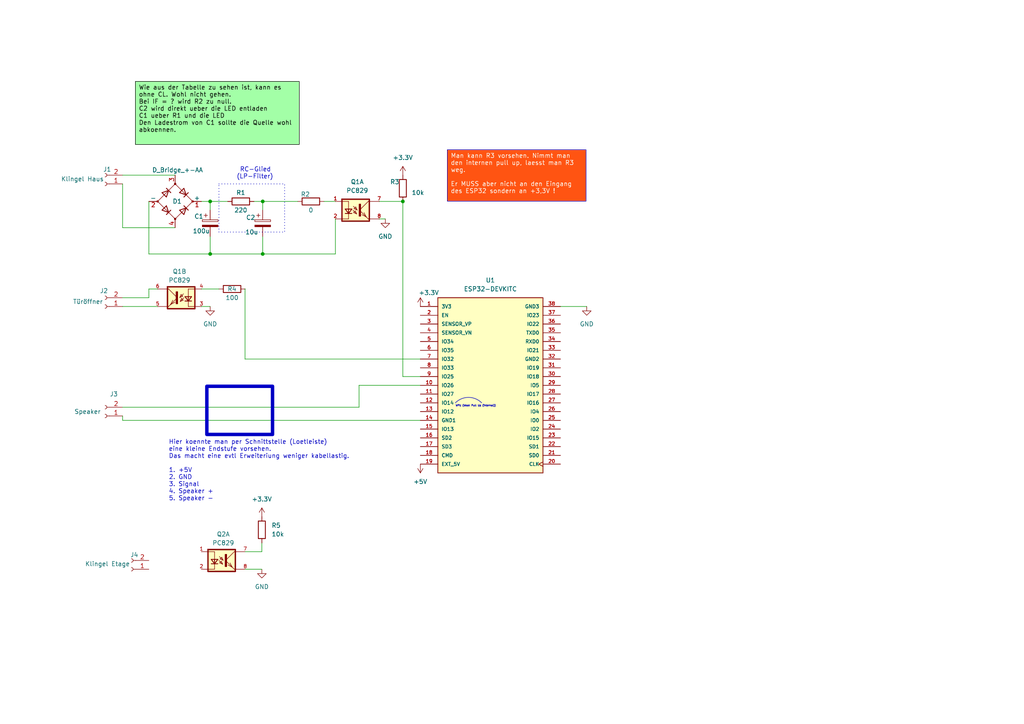
<source format=kicad_sch>
(kicad_sch (version 20230121) (generator eeschema)
  (paper "A4")
  (title_block (title "DoorUpgrade") (date "2023-09-18") (rev "2023-09-28.1") (company "Goatbeer & Blackscript"))
  (lib_symbols
    (symbol "Connector:Conn_01x02_Socket" (pin_names (offset 1.016) hide)
      (property "Reference" "J" (at 0 2.54 0))
      (property "Value" "Conn_01x02_Socket" (at 0 -5.08 0))
      (symbol "Conn_01x02_Socket_1_1"
        (arc (start 0 -2.032) (mid -0.5058 -2.54) (end 0 -3.048) (stroke (width 0.1524)))
        (polyline (pts (xy -1.27 -2.54) (xy -0.508 -2.54)) (stroke (width 0.1524)))
        (polyline (pts (xy -1.27 0) (xy -0.508 0)) (stroke (width 0.1524)))
        (arc (start 0 0.508) (mid -0.5058 0) (end 0 -0.508) (stroke (width 0.1524)))
        (pin passive line (at -5.08 0 0) (length 3.81) (name "Pin_1") (number "1"))
        (pin passive line (at -5.08 -2.54 0) (length 3.81) (name "Pin_2") (number "2"))
      )
    )
    (symbol "Device:C_Polarized" (pin_numbers hide) (pin_names (offset 0.254))
      (property "Reference" "C" (at 0.635 2.54 0))
      (property "Value" "C_Polarized" (at 0.635 -2.54 0))
      (symbol "C_Polarized_0_1"
        (rectangle (start -2.286 0.508) (end 2.286 1.016))
        (polyline (pts (xy -1.778 2.286) (xy -0.762 2.286)))
        (polyline (pts (xy -1.27 2.794) (xy -1.27 1.778)))
        (rectangle (start 2.286 -0.508) (end -2.286 -1.016) (fill (type outline)))
      )
      (symbol "C_Polarized_1_1"
        (pin passive line (at 0 3.81 270) (length 2.794) (name "~") (number "1"))
        (pin passive line (at 0 -3.81 90) (length 2.794) (name "~") (number "2"))
      )
    )
    (symbol "Device:D_Bridge_+-AA" (pin_names (offset 0))
      (property "Reference" "D" (at 2.54 6.985 0))
      (property "Value" "D_Bridge_+-AA" (at 2.54 5.08 0))
      (symbol "D_Bridge_+-AA_0_1"
        (circle (center -5.08 0) (radius 0.254) (fill (type outline)))
        (circle (center 0 -5.08) (radius 0.254) (fill (type outline)))
        (polyline (pts (xy -2.54 3.81) (xy -1.27 2.54)) (stroke (width 0.254)))
        (polyline (pts (xy -1.27 -2.54) (xy -2.54 -3.81)) (stroke (width 0.254)))
        (polyline (pts (xy 2.54 -1.27) (xy 3.81 -2.54)) (stroke (width 0.254)))
        (polyline (pts (xy 2.54 1.27) (xy 3.81 2.54)) (stroke (width 0.254)))
        (polyline (pts (xy -3.81 2.54) (xy -2.54 1.27) (xy -1.905 3.175) (xy -3.81 2.54)) (stroke (width 0.254)))
        (polyline (pts (xy -2.54 -1.27) (xy -3.81 -2.54) (xy -1.905 -3.175) (xy -2.54 -1.27)) (stroke (width 0.254)))
        (polyline (pts (xy 1.27 2.54) (xy 2.54 3.81) (xy 3.175 1.905) (xy 1.27 2.54)) (stroke (width 0.254)))
        (polyline (pts (xy 3.175 -1.905) (xy 1.27 -2.54) (xy 2.54 -3.81) (xy 3.175 -1.905)) (stroke (width 0.254)))
        (polyline (pts (xy -5.08 0) (xy 0 -5.08) (xy 5.08 0) (xy 0 5.08) (xy -5.08 0)))
        (circle (center 0 5.08) (radius 0.254) (fill (type outline)))
        (circle (center 5.08 0) (radius 0.254) (fill (type outline)))
      )
      (symbol "D_Bridge_+-AA_1_1"
        (pin passive line (at 7.62 0 180) (length 2.54) (name "+") (number "1"))
        (pin passive line (at -7.62 0 0) (length 2.54) (name "-") (number "2"))
        (pin passive line (at 0 7.62 270) (length 2.54) (name "~") (number "3"))
        (pin passive line (at 0 -7.62 90) (length 2.54) (name "~") (number "4"))
      )
    )
    (symbol "Device:R" (pin_numbers hide) (pin_names (offset 0))
      (property "Reference" "R" (at 2.032 0 90))
      (property "Value" "R" (at 0 0 90))
      (symbol "R_0_1"
        (rectangle (start -1.016 -2.54) (end 1.016 2.54) (stroke (width 0.254)))
      )
      (symbol "R_1_1"
        (pin passive line (at 0 3.81 270) (length 1.27) (name "~") (number "1"))
        (pin passive line (at 0 -3.81 90) (length 1.27) (name "~") (number "2"))
      )
    )
    (symbol "ESP32-DEVKITC:ESP32-DEVKITC" (pin_names (offset 1.016))
      (property "Reference" "U" (at -15.2572 26.0643 0))
      (property "Value" "ESP32-DEVKITC" (at -15.2563 -27.9698 0))
      (symbol "ESP32-DEVKITC_0_0"
        (rectangle (start -15.24 -25.4) (end 15.24 25.4) (stroke (width 0.254)) (fill (type background)))
        (pin power_in line (at -20.32 22.86 0) (length 5.08) (name "3V3") (number "1"))
        (pin bidirectional line (at -20.32 0 0) (length 5.08) (name "IO26") (number "10"))
        (pin bidirectional line (at -20.32 -2.54 0) (length 5.08) (name "IO27") (number "11"))
        (pin bidirectional line (at -20.32 -5.08 0) (length 5.08) (name "IO14") (number "12"))
        (pin bidirectional line (at -20.32 -7.62 0) (length 5.08) (name "IO12") (number "13"))
        (pin power_in line (at -20.32 -10.16 0) (length 5.08) (name "GND1") (number "14"))
        (pin bidirectional line (at -20.32 -12.7 0) (length 5.08) (name "IO13") (number "15"))
        (pin bidirectional line (at -20.32 -15.24 0) (length 5.08) (name "SD2") (number "16"))
        (pin bidirectional line (at -20.32 -17.78 0) (length 5.08) (name "SD3") (number "17"))
        (pin bidirectional line (at -20.32 -20.32 0) (length 5.08) (name "CMD") (number "18"))
        (pin power_in line (at -20.32 -22.86 0) (length 5.08) (name "EXT_5V") (number "19"))
        (pin input line (at -20.32 20.32 0) (length 5.08) (name "EN") (number "2"))
        (pin input clock (at 20.32 -22.86 180) (length 5.08) (name "CLK") (number "20"))
        (pin bidirectional line (at 20.32 -20.32 180) (length 5.08) (name "SD0") (number "21"))
        (pin bidirectional line (at 20.32 -17.78 180) (length 5.08) (name "SD1") (number "22"))
        (pin bidirectional line (at 20.32 -15.24 180) (length 5.08) (name "IO15") (number "23"))
        (pin bidirectional line (at 20.32 -12.7 180) (length 5.08) (name "IO2") (number "24"))
        (pin bidirectional line (at 20.32 -10.16 180) (length 5.08) (name "IO0") (number "25"))
        (pin bidirectional line (at 20.32 -7.62 180) (length 5.08) (name "IO4") (number "26"))
        (pin bidirectional line (at 20.32 -5.08 180) (length 5.08) (name "IO16") (number "27"))
        (pin bidirectional line (at 20.32 -2.54 180) (length 5.08) (name "IO17") (number "28"))
        (pin bidirectional line (at 20.32 0 180) (length 5.08) (name "IO5") (number "29"))
        (pin input line (at -20.32 17.78 0) (length 5.08) (name "SENSOR_VP") (number "3"))
        (pin bidirectional line (at 20.32 2.54 180) (length 5.08) (name "IO18") (number "30"))
        (pin bidirectional line (at 20.32 5.08 180) (length 5.08) (name "IO19") (number "31"))
        (pin power_in line (at 20.32 7.62 180) (length 5.08) (name "GND2") (number "32"))
        (pin bidirectional line (at 20.32 10.16 180) (length 5.08) (name "IO21") (number "33"))
        (pin input line (at 20.32 12.7 180) (length 5.08) (name "RXD0") (number "34"))
        (pin output line (at 20.32 15.24 180) (length 5.08) (name "TXD0") (number "35"))
        (pin bidirectional line (at 20.32 17.78 180) (length 5.08) (name "IO22") (number "36"))
        (pin bidirectional line (at 20.32 20.32 180) (length 5.08) (name "IO23") (number "37"))
        (pin power_in line (at 20.32 22.86 180) (length 5.08) (name "GND3") (number "38"))
        (pin input line (at -20.32 15.24 0) (length 5.08) (name "SENSOR_VN") (number "4"))
        (pin bidirectional line (at -20.32 12.7 0) (length 5.08) (name "IO34") (number "5"))
        (pin bidirectional line (at -20.32 10.16 0) (length 5.08) (name "IO35") (number "6"))
        (pin bidirectional line (at -20.32 7.62 0) (length 5.08) (name "IO32") (number "7"))
        (pin bidirectional line (at -20.32 5.08 0) (length 5.08) (name "IO33") (number "8"))
        (pin bidirectional line (at -20.32 2.54 0) (length 5.08) (name "IO25") (number "9"))
      )
    )
    (symbol "PC829:PC829" (pin_names (offset 1.016))
      (property "Reference" "Q" (at 0 3.8159 0))
      (property "Value" "PC829" (at 0 -3.8105 0))
      (symbol "PC829_1_0"
        (rectangle (start -5.715 -3.175) (end 2.2225 3.175) (stroke (width 0.4064)) (fill (type background)))
        (rectangle (start -0.7627 -1.7796) (end -0.254 1.778) (stroke (width 0.1)) (fill (type outline)))
        (rectangle (start -0.7624 -1.7789) (end -0.254 1.778) (stroke (width 0.1)) (fill (type outline)))
        (polyline (pts (xy -3.81 -2.54) (xy -7.62 -2.54)) (stroke (width 0.1524)))
        (polyline (pts (xy -3.81 -0.9525) (xy -4.7625 -0.9525)) (stroke (width 0.254)))
        (polyline (pts (xy -3.81 -0.9525) (xy -4.7625 0.3175)) (stroke (width 0.254)))
        (polyline (pts (xy -3.81 -0.9525) (xy -3.81 -2.54)) (stroke (width 0.1524)))
        (polyline (pts (xy -3.81 0.3175) (xy -4.7625 0.3175)) (stroke (width 0.254)))
        (polyline (pts (xy -3.81 0.3175) (xy -3.81 -0.9525)) (stroke (width 0.254)))
        (polyline (pts (xy -3.81 2.54) (xy -7.62 2.54)) (stroke (width 0.1524)))
        (polyline (pts (xy -3.81 2.54) (xy -3.81 0.3175)) (stroke (width 0.1524)))
        (polyline (pts (xy -2.8575 -0.9525) (xy -3.81 -0.9525)) (stroke (width 0.254)))
        (polyline (pts (xy -2.8575 0.3175) (xy -3.81 -0.9525)) (stroke (width 0.254)))
        (polyline (pts (xy -2.8575 0.3175) (xy -3.81 0.3175)) (stroke (width 0.254)))
        (polyline (pts (xy -2.54 0) (xy -1.4605 -1.0795)) (stroke (width 0.1524)))
        (polyline (pts (xy -2.413 1.143) (xy -1.3335 0.0635)) (stroke (width 0.1524)))
        (polyline (pts (xy -2.3495 -0.6985) (xy -1.8415 -0.1905)) (stroke (width 0.1524)))
        (polyline (pts (xy -2.2225 0.4445) (xy -1.7145 0.9525)) (stroke (width 0.1524)))
        (polyline (pts (xy -1.8415 -0.1905) (xy -1.4605 -1.0795)) (stroke (width 0.1524)))
        (polyline (pts (xy -1.7145 0.9525) (xy -1.3335 0.0635)) (stroke (width 0.1524)))
        (polyline (pts (xy -1.4605 -1.0795) (xy -2.3495 -0.6985)) (stroke (width 0.1524)))
        (polyline (pts (xy -1.3335 0.0635) (xy -2.2225 0.4445)) (stroke (width 0.1524)))
        (polyline (pts (xy -0.635 0) (xy 1.3335 -1.9685)) (stroke (width 0.1524)))
        (polyline (pts (xy 0.6667 -0.6985) (xy 1.3335 -1.9685)) (stroke (width 0.1524)))
        (polyline (pts (xy 1.3335 -1.9685) (xy 0.0635 -1.3018)) (stroke (width 0.1524)))
        (polyline (pts (xy 1.3335 -1.9685) (xy 1.905 -2.54)) (stroke (width 0.1524)))
        (polyline (pts (xy 1.905 -2.54) (xy 5.08 -2.54)) (stroke (width 0.1524)))
        (polyline (pts (xy 1.905 2.54) (xy -0.635 0)) (stroke (width 0.1524)))
        (polyline (pts (xy 1.905 2.54) (xy 5.08 2.54)) (stroke (width 0.1524)))
        (pin passive line (at -7.62 2.54 0) (length 0) (name "~") (number "1"))
        (pin passive line (at -7.62 -2.54 0) (length 0) (name "~") (number "2"))
        (pin passive line (at 5.08 2.54 180) (length 0) (name "~") (number "7"))
        (pin passive line (at 5.08 -2.54 180) (length 0) (name "~") (number "8"))
      )
      (symbol "PC829_2_0"
        (rectangle (start -5.715 -3.175) (end 2.2225 3.175) (stroke (width 0.4064)) (fill (type background)))
        (rectangle (start -0.7627 -1.7796) (end -0.254 1.778) (stroke (width 0.1)) (fill (type outline)))
        (rectangle (start -0.7624 -1.7789) (end -0.254 1.778) (stroke (width 0.1)) (fill (type outline)))
        (polyline (pts (xy -3.81 -2.54) (xy -7.62 -2.54)) (stroke (width 0.1524)))
        (polyline (pts (xy -3.81 -0.9525) (xy -4.7625 -0.9525)) (stroke (width 0.254)))
        (polyline (pts (xy -3.81 -0.9525) (xy -4.7625 0.3175)) (stroke (width 0.254)))
        (polyline (pts (xy -3.81 -0.9525) (xy -3.81 -2.54)) (stroke (width 0.1524)))
        (polyline (pts (xy -3.81 0.3175) (xy -4.7625 0.3175)) (stroke (width 0.254)))
        (polyline (pts (xy -3.81 0.3175) (xy -3.81 -0.9525)) (stroke (width 0.254)))
        (polyline (pts (xy -3.81 2.54) (xy -7.62 2.54)) (stroke (width 0.1524)))
        (polyline (pts (xy -3.81 2.54) (xy -3.81 0.3175)) (stroke (width 0.1524)))
        (polyline (pts (xy -2.8575 -0.9525) (xy -3.81 -0.9525)) (stroke (width 0.254)))
        (polyline (pts (xy -2.8575 0.3175) (xy -3.81 -0.9525)) (stroke (width 0.254)))
        (polyline (pts (xy -2.8575 0.3175) (xy -3.81 0.3175)) (stroke (width 0.254)))
        (polyline (pts (xy -2.54 0) (xy -1.4605 -1.0795)) (stroke (width 0.1524)))
        (polyline (pts (xy -2.413 1.143) (xy -1.3335 0.0635)) (stroke (width 0.1524)))
        (polyline (pts (xy -2.3495 -0.6985) (xy -1.8415 -0.1905)) (stroke (width 0.1524)))
        (polyline (pts (xy -2.2225 0.4445) (xy -1.7145 0.9525)) (stroke (width 0.1524)))
        (polyline (pts (xy -1.8415 -0.1905) (xy -1.4605 -1.0795)) (stroke (width 0.1524)))
        (polyline (pts (xy -1.7145 0.9525) (xy -1.3335 0.0635)) (stroke (width 0.1524)))
        (polyline (pts (xy -1.4605 -1.0795) (xy -2.3495 -0.6985)) (stroke (width 0.1524)))
        (polyline (pts (xy -1.3335 0.0635) (xy -2.2225 0.4445)) (stroke (width 0.1524)))
        (polyline (pts (xy -0.635 0) (xy 1.3335 -1.9685)) (stroke (width 0.1524)))
        (polyline (pts (xy 0.6667 -0.6985) (xy 1.3335 -1.9685)) (stroke (width 0.1524)))
        (polyline (pts (xy 1.3335 -1.9685) (xy 0.0635 -1.3018)) (stroke (width 0.1524)))
        (polyline (pts (xy 1.3335 -1.9685) (xy 1.905 -2.54)) (stroke (width 0.1524)))
        (polyline (pts (xy 1.905 -2.54) (xy 5.08 -2.54)) (stroke (width 0.1524)))
        (polyline (pts (xy 1.905 2.54) (xy -0.635 0)) (stroke (width 0.1524)))
        (polyline (pts (xy 1.905 2.54) (xy 5.08 2.54)) (stroke (width 0.1524)))
        (pin passive line (at -7.62 -2.54 0) (length 0) (name "~") (number "3"))
        (pin passive line (at -7.62 2.54 0) (length 0) (name "~") (number "4"))
        (pin passive line (at 5.08 -2.54 180) (length 0) (name "~") (number "5"))
        (pin passive line (at 5.08 2.54 180) (length 0) (name "~") (number "6"))
      )
    )
    (symbol "power:+3.3V" (power) (pin_names (offset 0))
      (property "Value" "+3.3V" (at 0 3.556 0))
      (symbol "+3.3V_0_1"
        (polyline (pts (xy -0.762 1.27) (xy 0 2.54)))
        (polyline (pts (xy 0 0) (xy 0 2.54)))
        (polyline (pts (xy 0 2.54) (xy 0.762 1.27)))
      )
      (symbol "+3.3V_1_1"
        (pin power_in line (at 0 0 90) (length 0) hide (name "+3.3V") (number "1"))
      )
    )
    (symbol "power:+5V" (power) (pin_names (offset 0))
      (property "Value" "+5V" (at 0 3.556 0))
      (symbol "+5V_0_1"
        (polyline (pts (xy -0.762 1.27) (xy 0 2.54)))
        (polyline (pts (xy 0 0) (xy 0 2.54)))
        (polyline (pts (xy 0 2.54) (xy 0.762 1.27)))
      )
      (symbol "+5V_1_1"
        (pin power_in line (at 0 0 90) (length 0) hide (name "+5V") (number "1"))
      )
    )
    (symbol "power:GND" (power) (pin_names (offset 0))
      (property "Value" "GND" (at 0 -3.81 0))
      (symbol "GND_0_1"
        (polyline (pts (xy 0 0) (xy 0 -1.27) (xy 1.27 -1.27) (xy 0 -2.54) (xy -1.27 -1.27) (xy 0 -1.27)))
      )
      (symbol "GND_1_1"
        (pin power_in line (at 0 0 270) (length 0) hide (name "GND") (number "1"))
      )
    )
  )
  (junction (at 116.84 58.42))
  (junction (at 76.2 73.66))
  (junction (at 60.96 73.66))
  (junction (at 60.96 58.42))
  (junction (at 76.2 58.42))
  (wire (pts (xy 109.982 58.42) (xy 116.84 58.42)))
  (wire (pts (xy 58.42 83.82) (xy 63.5 83.82)))
  (wire (pts (xy 35.56 50.8) (xy 50.8 50.8)))
  (wire (pts (xy 76.2 58.42) (xy 86.36 58.42)))
  (wire (pts (xy 35.56 121.92) (xy 35.56 120.65)))
  (wire (pts (xy 60.96 58.42) (xy 66.04 58.42)))
  (wire (pts (xy 35.56 53.34) (xy 35.56 66.04)))
  (wire (pts (xy 73.66 58.42) (xy 76.2 58.42)))
  (wire (pts (xy 162.56 88.9) (xy 170.18 88.9)))
  (wire (pts (xy 75.946 160.02) (xy 75.946 157.48)))
  (wire (pts (xy 60.96 73.66) (xy 76.2 73.66)))
  (wire (pts (xy 35.56 86.36) (xy 43.18 86.36)))
  (wire (pts (xy 93.98 58.42) (xy 97.282 58.42)))
  (wire (pts (xy 71.0692 104.14) (xy 121.92 104.14)))
  (wire (pts (xy 43.18 83.82) (xy 45.72 83.82)))
  (wire (pts (xy 109.982 63.5) (xy 111.76 63.5)))
  (wire (pts (xy 60.96 58.42) (xy 60.96 60.96)))
  (wire (pts (xy 35.56 66.04) (xy 50.8 66.04)))
  (wire (pts (xy 97.282 63.5) (xy 97.282 73.66)))
  (wire (pts (xy 71.0692 83.82) (xy 71.12 83.82)))
  (wire (pts (xy 104.14 118.11) (xy 104.14 111.76)))
  (wire (pts (xy 35.56 88.9) (xy 45.72 88.9)))
  (wire (pts (xy 60.96 68.58) (xy 60.96 73.66)))
  (wire (pts (xy 71.12 165.1) (xy 75.946 165.1)))
  (wire (pts (xy 43.18 58.42) (xy 43.18 73.66)))
  (wire (pts (xy 71.12 160.02) (xy 75.946 160.02)))
  (wire (pts (xy 76.2 60.96) (xy 76.2 58.42)))
  (wire (pts (xy 58.42 58.42) (xy 60.96 58.42)))
  (wire (pts (xy 76.2 68.58) (xy 76.2 73.66)))
  (wire (pts (xy 35.56 118.11) (xy 104.14 118.11)))
  (wire (pts (xy 43.18 73.66) (xy 60.96 73.66)))
  (wire (pts (xy 76.2 73.66) (xy 97.282 73.66)))
  (wire (pts (xy 43.18 86.36) (xy 43.18 83.82)))
  (wire (pts (xy 116.84 109.22) (xy 121.92 109.22)))
  (wire (pts (xy 104.14 111.76) (xy 121.92 111.76)))
  (wire (pts (xy 116.84 58.42) (xy 116.84 109.22)))
  (wire (pts (xy 121.92 121.92) (xy 35.56 121.92)))
  (wire (pts (xy 58.42 88.9) (xy 60.96 88.9)))
  (wire (pts (xy 71.0692 104.14) (xy 71.0692 83.82)))
  (rectangle (start 63.5 53.34) (end 82.55 67.31) (stroke (width 0.2) (type dot)))
  (arc (start 132.08 116.84) (mid 135.89 115.2619) (end 139.7 116.84))
  (rectangle (start 59.9948 112.0394) (end 79.0448 126.0094) (stroke (width 1)))
  (text_box "Wie aus der Tabelle zu sehen ist, kann es ohne CL. Wohl nicht gehen.\nBei IF = ? wird R2 zu null.\nC2 wird direkt ueber die LED entladen\nC1 ueber R1 und die LED\nDen Ladestrom von C1 sollte die Quelle wohl abkoennen." (at 39.2684 23.622 0) (size 47.5234 18.288) (stroke (width 0) (color 0 0 0 1)) (fill (type color) (color 163 255 167 1)) (effects (font (size 1.27 1.27)) (justify left top)))
  (text_box "Man kann R3 vorsehen. Nimmt man den internen pull up, laesst man R3 weg.\n\nEr MUSS aber nicht an den Eingang des ESP32 sondern an +3,3V !" (at 129.7432 43.434 0) (size 40.2336 14.9098) (fill (type color) (color 255 84 18 1)) (effects (font (size 1.27 1.27)) (justify left top)))
  (text " RC-Glied\n(LP-Filter)" (at 68.58 52.07 0) (effects (font (size 1.27 1.27)) (justify left bottom)))
  (text "WPU (Weak Pull Up (internal))" (at 132.08 118.11 0) (effects (font (size 0.5 0.5)) (justify left bottom)))
  (text "Hier koennte man per Schnittstelle (Loetleiste)\neine kleine Endstufe vorsehen.\nDas macht eine evtl Erweiteriung weniger kabellastig.\n\n1. +5V\n2. GND\n3. Signal\n4. Speaker +\n5. Speaker -" (at 48.9204 145.415 0) (effects (font (size 1.27 1.27)) (justify left bottom)))
  (symbol (lib_id "Device:R") (at 90.17 58.42 90) (unit 1)
    (property "Reference" "R2" (at 88.5698 56.3626 90))
    (property "Value" "0" (at 90.17 60.96 90))
  )
  (symbol (lib_id "Device:R") (at 75.946 153.67 0) (unit 1)
    (property "Reference" "R5" (at 78.74 152.4 0) (effects (justify left)))
    (property "Value" "10k" (at 78.74 154.94 0) (effects (justify left)))
  )
  (symbol (lib_id "Device:C_Polarized") (at 60.96 64.77 0) (unit 1)
    (property "Reference" "C1" (at 56.3372 62.7634 0) (effects (justify left)))
    (property "Value" "100u" (at 55.88 67.0052 0) (effects (justify left)))
  )
  (symbol (lib_id "Device:R") (at 67.31 83.82 90) (unit 1)
    (property "Reference" "R4" (at 67.31 83.82 90))
    (property "Value" "100" (at 67.31 86.36 90))
  )
  (symbol (lib_id "power:+5V") (at 121.92 134.62 180) (unit 1)
    (property "Reference" "#PWR06" (effects hide))
    (property "Value" "+5V" (at 121.92 139.7 0))
  )
  (symbol (lib_id "power:GND") (at 170.18 88.9 0) (unit 1)
    (property "Reference" "#PWR05" (effects hide))
    (property "Value" "GND" (at 170.18 93.98 0))
  )
  (symbol (lib_id "PC829:PC829") (at 66.04 162.56 0) (unit 1)
    (property "Reference" "Q2" (at 64.77 154.94 0))
    (property "Value" "PC829" (at 64.77 157.48 0))
    (property "MF" "Essentra Components" (effects hide))
    (property "Description" "\n5/16-18 Pan Head Machine Screw Slotted Drive Nylon\n" (effects hide))
    (property "Package" "DIP-8 Sharp" (effects hide))
    (property "Price" "None" (effects hide))
    (property "SnapEDA_Link" "https://www.snapeda.com/parts/PC829/Essentra+Components/view-part/?ref=snap" (effects hide))
    (property "MP" "PC829" (effects hide))
    (property "Availability" "Not in stock" (effects hide))
    (property "Check_prices" "https://www.snapeda.com/parts/PC829/Essentra+Components/view-part/?ref=eda" (effects hide))
  )
  (symbol (lib_id "power:+3.3V") (at 116.84 50.8 0) (unit 1)
    (property "Reference" "#PWR01" (effects hide))
    (property "Value" "+3.3V" (at 116.84 45.72 0))
  )
  (symbol (lib_id "Connector:Conn_01x02_Socket") (at 30.48 88.9 180) (unit 1)
    (property "Reference" "J2" (at 30.1498 84.3534 0))
    (property "Value" "Türöffner" (at 25.5016 87.4776 0))
  )
  (symbol (lib_id "PC829:PC829") (at 104.902 60.96 0) (unit 1)
    (property "Reference" "Q1" (at 103.632 52.7304 0))
    (property "Value" "PC829" (at 103.632 55.2704 0))
    (property "MF" "Essentra Components" (effects hide))
    (property "Description" "\n5/16-18 Pan Head Machine Screw Slotted Drive Nylon\n" (effects hide))
    (property "Package" "DIP-8 Sharp" (effects hide))
    (property "Price" "None" (effects hide))
    (property "SnapEDA_Link" "https://www.snapeda.com/parts/PC829/Essentra+Components/view-part/?ref=snap" (effects hide))
    (property "MP" "PC829" (effects hide))
    (property "Availability" "Not in stock" (effects hide))
    (property "Check_prices" "https://www.snapeda.com/parts/PC829/Essentra+Components/view-part/?ref=eda" (effects hide))
  )
  (symbol (lib_id "power:+3.3V") (at 121.92 88.9 0) (unit 1)
    (property "Reference" "#PWR04" (effects hide))
    (property "Value" "+3.3V" (at 124.3838 84.9122 0))
  )
  (symbol (lib_id "PC829:PC829") (at 50.8 86.36 0) (mirror y) (unit 2)
    (property "Reference" "Q1" (at 52.07 78.74 0))
    (property "Value" "PC829" (at 52.07 81.28 0))
    (property "MF" "Essentra Components" (effects hide))
    (property "Description" "\n5/16-18 Pan Head Machine Screw Slotted Drive Nylon\n" (effects hide))
    (property "Package" "DIP-8 Sharp" (effects hide))
    (property "Price" "None" (effects hide))
    (property "SnapEDA_Link" "https://www.snapeda.com/parts/PC829/Essentra+Components/view-part/?ref=snap" (effects hide))
    (property "MP" "PC829" (effects hide))
    (property "Availability" "Not in stock" (effects hide))
    (property "Check_prices" "https://www.snapeda.com/parts/PC829/Essentra+Components/view-part/?ref=eda" (effects hide))
  )
  (symbol (lib_id "power:GND") (at 60.96 88.9 0) (unit 1)
    (property "Reference" "#PWR03" (effects hide))
    (property "Value" "GND" (at 60.96 93.98 0))
  )
  (symbol (lib_id "Connector:Conn_01x02_Socket") (at 30.48 120.65 180) (unit 1)
    (property "Reference" "J3" (at 33.02 114.3 0))
    (property "Value" "Speaker" (at 25.4 119.38 0))
  )
  (symbol (lib_id "power:+3.3V") (at 75.946 149.86 0) (unit 1)
    (property "Reference" "#PWR07" (effects hide))
    (property "Value" "+3.3V" (at 75.946 144.78 0))
  )
  (symbol (lib_id "Device:R") (at 69.85 58.42 90) (unit 1)
    (property "Reference" "R1" (at 69.85 55.88 90))
    (property "Value" "220" (at 69.85 60.96 90))
  )
  (symbol (lib_id "Device:C_Polarized") (at 76.2 64.77 0) (unit 1)
    (property "Reference" "C2" (at 71.3486 63.0936 0) (effects (justify left)))
    (property "Value" "10u" (at 71.12 67.31 0) (effects (justify left)))
  )
  (symbol (lib_id "ESP32-DEVKITC:ESP32-DEVKITC") (at 142.24 111.76 0) (unit 1)
    (property "Reference" "U1" (at 142.24 81.28 0))
    (property "Value" "ESP32-DEVKITC" (at 142.24 83.82 0))
    (property "Footprint" "ESP32-DEVKITC:MODULE_ESP32-DEVKITC" (effects hide))
    (property "MF" "Espressif Systems" (effects hide))
    (property "Description" "\nESP32-WROOM-32UE series Transceiver; 802.11 b/g/n (Wi-Fi, WiFi, WLAN), Bluetooth ® Smart Ready 4.x Dual Mode Evaluation Board\n" (effects hide))
    (property "Package" "None" (effects hide))
    (property "Price" "None" (effects hide))
    (property "Check_prices" "https://www.snapeda.com/parts/ESP32-DEVKITC/Espressif+Systems/view-part/?ref=eda" (effects hide))
    (property "STANDARD" "Manufacturer Recommendations" (effects hide))
    (property "PARTREV" "N/A" (effects hide))
    (property "SnapEDA_Link" "https://www.snapeda.com/parts/ESP32-DEVKITC/Espressif+Systems/view-part/?ref=snap" (effects hide))
    (property "MP" "ESP32-DEVKITC" (effects hide))
    (property "Availability" "In Stock" (effects hide))
    (property "MANUFACTURER" "ESPRESSIF" (effects hide))
  )
  (symbol (lib_id "power:GND") (at 111.76 63.5 0) (unit 1)
    (property "Reference" "#PWR02" (effects hide))
    (property "Value" "GND" (at 111.76 68.58 0))
  )
  (symbol (lib_id "power:GND") (at 75.946 165.1 0) (unit 1)
    (property "Reference" "#PWR08" (effects hide))
    (property "Value" "GND" (at 75.946 170.18 0))
  )
  (symbol (lib_id "Device:R") (at 116.84 54.61 0) (unit 1)
    (property "Reference" "R3" (at 113.157 52.7558 0) (effects (justify left)))
    (property "Value" "10k" (at 119.38 55.88 0) (effects (justify left)))
  )
  (symbol (lib_id "Connector:Conn_01x02_Socket") (at 30.48 53.34 180) (unit 1)
    (property "Reference" "J1" (at 31.0896 49.1236 0))
    (property "Value" "Klingel Haus" (at 23.9268 51.9176 0))
  )
  (symbol (lib_id "Connector:Conn_01x02_Socket") (at 38.1 165.1 180) (unit 1)
    (property "Reference" "J4" (at 38.9636 160.9344 0))
    (property "Value" "Klingel Etage" (at 31.1912 163.5506 0))
  )
  (symbol (lib_id "Device:D_Bridge_+-AA") (at 50.8 58.42 0) (unit 1)
    (property "Reference" "D1" (at 51.3842 58.3946 0))
    (property "Value" "D_Bridge_+-AA" (at 51.5112 49.3014 0))
  )
)
</source>
